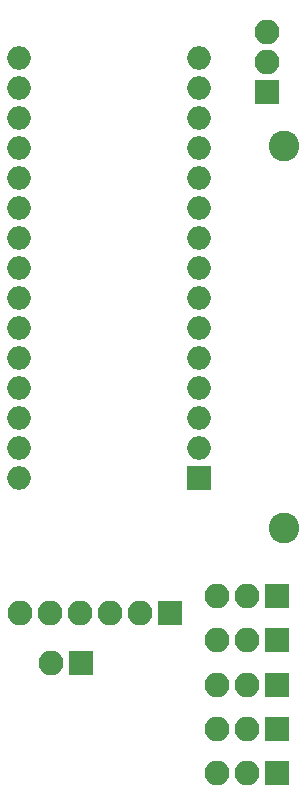
<source format=gbr>
G04 #@! TF.GenerationSoftware,KiCad,Pcbnew,(5.0.0)*
G04 #@! TF.CreationDate,2019-10-23T21:11:08+11:00*
G04 #@! TF.ProjectId,Kineses_Board,4B696E657365735F426F6172642E6B69,rev?*
G04 #@! TF.SameCoordinates,Original*
G04 #@! TF.FileFunction,Soldermask,Bot*
G04 #@! TF.FilePolarity,Negative*
%FSLAX46Y46*%
G04 Gerber Fmt 4.6, Leading zero omitted, Abs format (unit mm)*
G04 Created by KiCad (PCBNEW (5.0.0)) date 10/23/19 21:11:08*
%MOMM*%
%LPD*%
G01*
G04 APERTURE LIST*
%ADD10R,2.100000X2.100000*%
%ADD11O,2.100000X2.100000*%
%ADD12C,2.600000*%
%ADD13R,2.000000X2.000000*%
%ADD14O,2.000000X2.000000*%
G04 APERTURE END LIST*
D10*
G04 #@! TO.C,J1*
X141970000Y-107310000D03*
D11*
X139430000Y-107310000D03*
G04 #@! TD*
D10*
G04 #@! TO.C,J6*
X158645000Y-112900000D03*
D11*
X156105000Y-112900000D03*
X153565000Y-112900000D03*
G04 #@! TD*
D12*
G04 #@! TO.C,MH1*
X159230000Y-95890000D03*
G04 #@! TD*
G04 #@! TO.C,MH2*
X159230000Y-63540000D03*
G04 #@! TD*
D13*
G04 #@! TO.C,A1*
X152010000Y-91600000D03*
D14*
X136770000Y-58580000D03*
X152010000Y-89060000D03*
X136770000Y-61120000D03*
X152010000Y-86520000D03*
X136770000Y-63660000D03*
X152010000Y-83980000D03*
X136770000Y-66200000D03*
X152010000Y-81440000D03*
X136770000Y-68740000D03*
X152010000Y-78900000D03*
X136770000Y-71280000D03*
X152010000Y-76360000D03*
X136770000Y-73820000D03*
X152010000Y-73820000D03*
X136770000Y-76360000D03*
X152010000Y-71280000D03*
X136770000Y-78900000D03*
X152010000Y-68740000D03*
X136770000Y-81440000D03*
X152010000Y-66200000D03*
X136770000Y-83980000D03*
X152010000Y-63660000D03*
X136770000Y-86520000D03*
X152010000Y-61120000D03*
X136770000Y-89060000D03*
X152010000Y-58580000D03*
X136770000Y-91600000D03*
X152010000Y-56040000D03*
X136770000Y-56040000D03*
G04 #@! TD*
D10*
G04 #@! TO.C,J2*
X158645000Y-116630000D03*
D11*
X156105000Y-116630000D03*
X153565000Y-116630000D03*
G04 #@! TD*
G04 #@! TO.C,J3*
X153565000Y-109120000D03*
X156105000Y-109120000D03*
D10*
X158645000Y-109120000D03*
G04 #@! TD*
G04 #@! TO.C,J4*
X158645000Y-105370000D03*
D11*
X156105000Y-105370000D03*
X153565000Y-105370000D03*
G04 #@! TD*
G04 #@! TO.C,J5*
X153565000Y-101590000D03*
X156105000Y-101590000D03*
D10*
X158645000Y-101590000D03*
G04 #@! TD*
D11*
G04 #@! TO.C,J7*
X157720000Y-53830000D03*
X157720000Y-56370000D03*
D10*
X157720000Y-58910000D03*
G04 #@! TD*
G04 #@! TO.C,J8*
X149520000Y-103030000D03*
D11*
X146980000Y-103030000D03*
X144440000Y-103030000D03*
X141900000Y-103030000D03*
X139360000Y-103030000D03*
X136820000Y-103030000D03*
G04 #@! TD*
M02*

</source>
